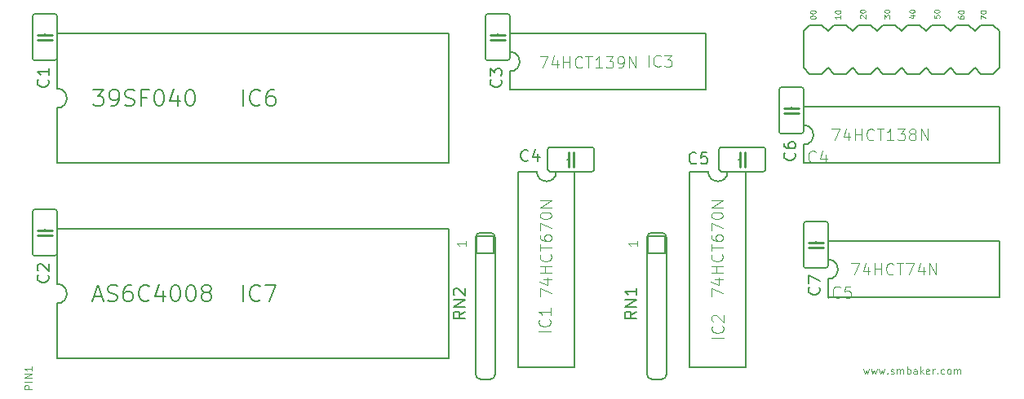
<source format=gbr>
G04 #@! TF.GenerationSoftware,KiCad,Pcbnew,5.1.2*
G04 #@! TF.CreationDate,2020-10-23T13:05:21+02:00*
G04 #@! TF.ProjectId,2fe143d13a9057f7874dd1e763167673,32666531-3433-4643-9133-613930353766,rev?*
G04 #@! TF.SameCoordinates,Original*
G04 #@! TF.FileFunction,Legend,Top*
G04 #@! TF.FilePolarity,Positive*
%FSLAX46Y46*%
G04 Gerber Fmt 4.6, Leading zero omitted, Abs format (unit mm)*
G04 Created by KiCad (PCBNEW 5.1.2) date 2020-10-23 13:05:21*
%MOMM*%
%LPD*%
G04 APERTURE LIST*
%ADD10C,0.065024*%
%ADD11C,0.048768*%
%ADD12C,0.152400*%
%ADD13C,0.254000*%
%ADD14C,0.127000*%
%ADD15C,0.135128*%
%ADD16C,0.120650*%
%ADD17C,0.118872*%
G04 APERTURE END LIST*
D10*
X98464330Y-122552486D02*
X97692170Y-122552486D01*
X97692170Y-122258330D01*
X97728940Y-122184791D01*
X97765709Y-122148022D01*
X97839248Y-122111252D01*
X97949557Y-122111252D01*
X98023096Y-122148022D01*
X98059865Y-122184791D01*
X98096635Y-122258330D01*
X98096635Y-122552486D01*
X98464330Y-121780326D02*
X97692170Y-121780326D01*
X98464330Y-121412631D02*
X97692170Y-121412631D01*
X98464330Y-120971397D01*
X97692170Y-120971397D01*
X98464330Y-120199237D02*
X98464330Y-120640471D01*
X98464330Y-120419854D02*
X97692170Y-120419854D01*
X97802479Y-120493393D01*
X97876018Y-120566932D01*
X97912787Y-120640471D01*
X184720137Y-120459217D02*
X184867215Y-120973990D01*
X185014293Y-120606295D01*
X185161371Y-120973990D01*
X185308449Y-120459217D01*
X185529066Y-120459217D02*
X185676144Y-120973990D01*
X185823222Y-120606295D01*
X185970301Y-120973990D01*
X186117379Y-120459217D01*
X186337996Y-120459217D02*
X186485074Y-120973990D01*
X186632152Y-120606295D01*
X186779230Y-120973990D01*
X186926308Y-120459217D01*
X187220464Y-120900451D02*
X187257234Y-120937220D01*
X187220464Y-120973990D01*
X187183695Y-120937220D01*
X187220464Y-120900451D01*
X187220464Y-120973990D01*
X187551390Y-120937220D02*
X187624929Y-120973990D01*
X187772007Y-120973990D01*
X187845546Y-120937220D01*
X187882316Y-120863681D01*
X187882316Y-120826912D01*
X187845546Y-120753373D01*
X187772007Y-120716603D01*
X187661699Y-120716603D01*
X187588160Y-120679834D01*
X187551390Y-120606295D01*
X187551390Y-120569525D01*
X187588160Y-120495986D01*
X187661699Y-120459217D01*
X187772007Y-120459217D01*
X187845546Y-120495986D01*
X188213242Y-120973990D02*
X188213242Y-120459217D01*
X188213242Y-120532756D02*
X188250011Y-120495986D01*
X188323550Y-120459217D01*
X188433859Y-120459217D01*
X188507398Y-120495986D01*
X188544167Y-120569525D01*
X188544167Y-120973990D01*
X188544167Y-120569525D02*
X188580937Y-120495986D01*
X188654476Y-120459217D01*
X188764784Y-120459217D01*
X188838323Y-120495986D01*
X188875093Y-120569525D01*
X188875093Y-120973990D01*
X189242788Y-120973990D02*
X189242788Y-120201830D01*
X189242788Y-120495986D02*
X189316327Y-120459217D01*
X189463405Y-120459217D01*
X189536944Y-120495986D01*
X189573714Y-120532756D01*
X189610483Y-120606295D01*
X189610483Y-120826912D01*
X189573714Y-120900451D01*
X189536944Y-120937220D01*
X189463405Y-120973990D01*
X189316327Y-120973990D01*
X189242788Y-120937220D01*
X190272335Y-120973990D02*
X190272335Y-120569525D01*
X190235565Y-120495986D01*
X190162026Y-120459217D01*
X190014948Y-120459217D01*
X189941409Y-120495986D01*
X190272335Y-120937220D02*
X190198796Y-120973990D01*
X190014948Y-120973990D01*
X189941409Y-120937220D01*
X189904640Y-120863681D01*
X189904640Y-120790142D01*
X189941409Y-120716603D01*
X190014948Y-120679834D01*
X190198796Y-120679834D01*
X190272335Y-120643064D01*
X190640030Y-120973990D02*
X190640030Y-120201830D01*
X190713569Y-120679834D02*
X190934186Y-120973990D01*
X190934186Y-120459217D02*
X190640030Y-120753373D01*
X191559268Y-120937220D02*
X191485729Y-120973990D01*
X191338651Y-120973990D01*
X191265112Y-120937220D01*
X191228342Y-120863681D01*
X191228342Y-120569525D01*
X191265112Y-120495986D01*
X191338651Y-120459217D01*
X191485729Y-120459217D01*
X191559268Y-120495986D01*
X191596038Y-120569525D01*
X191596038Y-120643064D01*
X191228342Y-120716603D01*
X191926963Y-120973990D02*
X191926963Y-120459217D01*
X191926963Y-120606295D02*
X191963733Y-120532756D01*
X192000502Y-120495986D01*
X192074042Y-120459217D01*
X192147581Y-120459217D01*
X192404967Y-120900451D02*
X192441737Y-120937220D01*
X192404967Y-120973990D01*
X192368198Y-120937220D01*
X192404967Y-120900451D01*
X192404967Y-120973990D01*
X193103588Y-120937220D02*
X193030049Y-120973990D01*
X192882971Y-120973990D01*
X192809432Y-120937220D01*
X192772662Y-120900451D01*
X192735893Y-120826912D01*
X192735893Y-120606295D01*
X192772662Y-120532756D01*
X192809432Y-120495986D01*
X192882971Y-120459217D01*
X193030049Y-120459217D01*
X193103588Y-120495986D01*
X193544822Y-120973990D02*
X193471283Y-120937220D01*
X193434514Y-120900451D01*
X193397744Y-120826912D01*
X193397744Y-120606295D01*
X193434514Y-120532756D01*
X193471283Y-120495986D01*
X193544822Y-120459217D01*
X193655131Y-120459217D01*
X193728670Y-120495986D01*
X193765440Y-120532756D01*
X193802209Y-120606295D01*
X193802209Y-120826912D01*
X193765440Y-120900451D01*
X193728670Y-120937220D01*
X193655131Y-120973990D01*
X193544822Y-120973990D01*
X194133135Y-120973990D02*
X194133135Y-120459217D01*
X194133135Y-120532756D02*
X194169904Y-120495986D01*
X194243443Y-120459217D01*
X194353752Y-120459217D01*
X194427291Y-120495986D01*
X194464061Y-120569525D01*
X194464061Y-120973990D01*
X194464061Y-120569525D02*
X194500830Y-120495986D01*
X194574369Y-120459217D01*
X194684678Y-120459217D01*
X194758217Y-120495986D01*
X194794986Y-120569525D01*
X194794986Y-120973990D01*
D11*
X179193302Y-83910106D02*
X179193302Y-83854952D01*
X179220880Y-83799797D01*
X179248457Y-83772220D01*
X179303611Y-83744643D01*
X179413920Y-83717066D01*
X179551805Y-83717066D01*
X179662114Y-83744643D01*
X179717268Y-83772220D01*
X179744845Y-83799797D01*
X179772422Y-83854952D01*
X179772422Y-83910106D01*
X179744845Y-83965260D01*
X179717268Y-83992837D01*
X179662114Y-84020415D01*
X179551805Y-84047992D01*
X179413920Y-84047992D01*
X179303611Y-84020415D01*
X179248457Y-83992837D01*
X179220880Y-83965260D01*
X179193302Y-83910106D01*
X179193302Y-83358563D02*
X179193302Y-83303409D01*
X179220880Y-83248255D01*
X179248457Y-83220677D01*
X179303611Y-83193100D01*
X179413920Y-83165523D01*
X179551805Y-83165523D01*
X179662114Y-83193100D01*
X179717268Y-83220677D01*
X179744845Y-83248255D01*
X179772422Y-83303409D01*
X179772422Y-83358563D01*
X179744845Y-83413717D01*
X179717268Y-83441295D01*
X179662114Y-83468872D01*
X179551805Y-83496449D01*
X179413920Y-83496449D01*
X179303611Y-83468872D01*
X179248457Y-83441295D01*
X179220880Y-83413717D01*
X179193302Y-83358563D01*
X182352422Y-83717066D02*
X182352422Y-84047992D01*
X182352422Y-83882529D02*
X181773302Y-83882529D01*
X181856034Y-83937683D01*
X181911188Y-83992837D01*
X181938765Y-84047992D01*
X181773302Y-83358563D02*
X181773302Y-83303409D01*
X181800880Y-83248255D01*
X181828457Y-83220677D01*
X181883611Y-83193100D01*
X181993920Y-83165523D01*
X182131805Y-83165523D01*
X182242114Y-83193100D01*
X182297268Y-83220677D01*
X182324845Y-83248255D01*
X182352422Y-83303409D01*
X182352422Y-83358563D01*
X182324845Y-83413717D01*
X182297268Y-83441295D01*
X182242114Y-83468872D01*
X182131805Y-83496449D01*
X181993920Y-83496449D01*
X181883611Y-83468872D01*
X181828457Y-83441295D01*
X181800880Y-83413717D01*
X181773302Y-83358563D01*
X184418457Y-83977992D02*
X184390880Y-83950415D01*
X184363302Y-83895260D01*
X184363302Y-83757375D01*
X184390880Y-83702220D01*
X184418457Y-83674643D01*
X184473611Y-83647066D01*
X184528765Y-83647066D01*
X184611497Y-83674643D01*
X184942422Y-84005569D01*
X184942422Y-83647066D01*
X184363302Y-83288563D02*
X184363302Y-83233409D01*
X184390880Y-83178255D01*
X184418457Y-83150677D01*
X184473611Y-83123100D01*
X184583920Y-83095523D01*
X184721805Y-83095523D01*
X184832114Y-83123100D01*
X184887268Y-83150677D01*
X184914845Y-83178255D01*
X184942422Y-83233409D01*
X184942422Y-83288563D01*
X184914845Y-83343717D01*
X184887268Y-83371295D01*
X184832114Y-83398872D01*
X184721805Y-83426449D01*
X184583920Y-83426449D01*
X184473611Y-83398872D01*
X184418457Y-83371295D01*
X184390880Y-83343717D01*
X184363302Y-83288563D01*
X186873302Y-84005569D02*
X186873302Y-83647066D01*
X187093920Y-83840106D01*
X187093920Y-83757375D01*
X187121497Y-83702220D01*
X187149074Y-83674643D01*
X187204228Y-83647066D01*
X187342114Y-83647066D01*
X187397268Y-83674643D01*
X187424845Y-83702220D01*
X187452422Y-83757375D01*
X187452422Y-83922837D01*
X187424845Y-83977992D01*
X187397268Y-84005569D01*
X186873302Y-83288563D02*
X186873302Y-83233409D01*
X186900880Y-83178255D01*
X186928457Y-83150677D01*
X186983611Y-83123100D01*
X187093920Y-83095523D01*
X187231805Y-83095523D01*
X187342114Y-83123100D01*
X187397268Y-83150677D01*
X187424845Y-83178255D01*
X187452422Y-83233409D01*
X187452422Y-83288563D01*
X187424845Y-83343717D01*
X187397268Y-83371295D01*
X187342114Y-83398872D01*
X187231805Y-83426449D01*
X187093920Y-83426449D01*
X186983611Y-83398872D01*
X186928457Y-83371295D01*
X186900880Y-83343717D01*
X186873302Y-83288563D01*
X189656342Y-83702220D02*
X190042422Y-83702220D01*
X189435725Y-83840106D02*
X189849382Y-83977992D01*
X189849382Y-83619489D01*
X189463302Y-83288563D02*
X189463302Y-83233409D01*
X189490880Y-83178255D01*
X189518457Y-83150677D01*
X189573611Y-83123100D01*
X189683920Y-83095523D01*
X189821805Y-83095523D01*
X189932114Y-83123100D01*
X189987268Y-83150677D01*
X190014845Y-83178255D01*
X190042422Y-83233409D01*
X190042422Y-83288563D01*
X190014845Y-83343717D01*
X189987268Y-83371295D01*
X189932114Y-83398872D01*
X189821805Y-83426449D01*
X189683920Y-83426449D01*
X189573611Y-83398872D01*
X189518457Y-83371295D01*
X189490880Y-83343717D01*
X189463302Y-83288563D01*
X192043302Y-83674643D02*
X192043302Y-83950415D01*
X192319074Y-83977992D01*
X192291497Y-83950415D01*
X192263920Y-83895260D01*
X192263920Y-83757375D01*
X192291497Y-83702220D01*
X192319074Y-83674643D01*
X192374228Y-83647066D01*
X192512114Y-83647066D01*
X192567268Y-83674643D01*
X192594845Y-83702220D01*
X192622422Y-83757375D01*
X192622422Y-83895260D01*
X192594845Y-83950415D01*
X192567268Y-83977992D01*
X192043302Y-83288563D02*
X192043302Y-83233409D01*
X192070880Y-83178255D01*
X192098457Y-83150677D01*
X192153611Y-83123100D01*
X192263920Y-83095523D01*
X192401805Y-83095523D01*
X192512114Y-83123100D01*
X192567268Y-83150677D01*
X192594845Y-83178255D01*
X192622422Y-83233409D01*
X192622422Y-83288563D01*
X192594845Y-83343717D01*
X192567268Y-83371295D01*
X192512114Y-83398872D01*
X192401805Y-83426449D01*
X192263920Y-83426449D01*
X192153611Y-83398872D01*
X192098457Y-83371295D01*
X192070880Y-83343717D01*
X192043302Y-83288563D01*
X194553302Y-83772220D02*
X194553302Y-83882529D01*
X194580880Y-83937683D01*
X194608457Y-83965260D01*
X194691188Y-84020415D01*
X194801497Y-84047992D01*
X195022114Y-84047992D01*
X195077268Y-84020415D01*
X195104845Y-83992837D01*
X195132422Y-83937683D01*
X195132422Y-83827375D01*
X195104845Y-83772220D01*
X195077268Y-83744643D01*
X195022114Y-83717066D01*
X194884228Y-83717066D01*
X194829074Y-83744643D01*
X194801497Y-83772220D01*
X194773920Y-83827375D01*
X194773920Y-83937683D01*
X194801497Y-83992837D01*
X194829074Y-84020415D01*
X194884228Y-84047992D01*
X194553302Y-83358563D02*
X194553302Y-83303409D01*
X194580880Y-83248255D01*
X194608457Y-83220677D01*
X194663611Y-83193100D01*
X194773920Y-83165523D01*
X194911805Y-83165523D01*
X195022114Y-83193100D01*
X195077268Y-83220677D01*
X195104845Y-83248255D01*
X195132422Y-83303409D01*
X195132422Y-83358563D01*
X195104845Y-83413717D01*
X195077268Y-83441295D01*
X195022114Y-83468872D01*
X194911805Y-83496449D01*
X194773920Y-83496449D01*
X194663611Y-83468872D01*
X194608457Y-83441295D01*
X194580880Y-83413717D01*
X194553302Y-83358563D01*
X196863302Y-84075569D02*
X196863302Y-83689489D01*
X197442422Y-83937683D01*
X196863302Y-83358563D02*
X196863302Y-83303409D01*
X196890880Y-83248255D01*
X196918457Y-83220677D01*
X196973611Y-83193100D01*
X197083920Y-83165523D01*
X197221805Y-83165523D01*
X197332114Y-83193100D01*
X197387268Y-83220677D01*
X197414845Y-83248255D01*
X197442422Y-83303409D01*
X197442422Y-83358563D01*
X197414845Y-83413717D01*
X197387268Y-83441295D01*
X197332114Y-83468872D01*
X197221805Y-83496449D01*
X197083920Y-83496449D01*
X196973611Y-83468872D01*
X196918457Y-83441295D01*
X196890880Y-83413717D01*
X196863302Y-83358563D01*
D12*
X99771100Y-85694600D02*
X99771100Y-85567600D01*
D13*
X99771100Y-85694600D02*
X99009100Y-85694600D01*
X100533100Y-85694600D02*
X99771100Y-85694600D01*
X99771100Y-86202600D02*
X99009100Y-86202600D01*
X99771100Y-86202600D02*
X100533100Y-86202600D01*
D12*
X99771100Y-86329600D02*
X99771100Y-86202600D01*
X98501100Y-83789600D02*
G75*
G02X98755100Y-83535600I254000J0D01*
G01*
X98755100Y-88361600D02*
G75*
G02X98501100Y-88107600I0J254000D01*
G01*
X101041100Y-83789600D02*
G75*
G03X100787100Y-83535600I-254000J0D01*
G01*
X100787100Y-88361600D02*
G75*
G03X101041100Y-88107600I0J254000D01*
G01*
X100787100Y-83535600D02*
X98755100Y-83535600D01*
X100787100Y-88361600D02*
X98755100Y-88361600D01*
X98501100Y-88107600D02*
X98501100Y-83789600D01*
X101041100Y-83789600D02*
X101041100Y-88107600D01*
X99771100Y-106014600D02*
X99771100Y-105887600D01*
D13*
X99771100Y-106014600D02*
X99009100Y-106014600D01*
X100533100Y-106014600D02*
X99771100Y-106014600D01*
X99771100Y-106522600D02*
X99009100Y-106522600D01*
X99771100Y-106522600D02*
X100533100Y-106522600D01*
D12*
X99771100Y-106649600D02*
X99771100Y-106522600D01*
X98501100Y-104109600D02*
G75*
G02X98755100Y-103855600I254000J0D01*
G01*
X98755100Y-108681600D02*
G75*
G02X98501100Y-108427600I0J254000D01*
G01*
X101041100Y-104109600D02*
G75*
G03X100787100Y-103855600I-254000J0D01*
G01*
X100787100Y-108681600D02*
G75*
G03X101041100Y-108427600I0J254000D01*
G01*
X100787100Y-103855600D02*
X98755100Y-103855600D01*
X100787100Y-108681600D02*
X98755100Y-108681600D01*
X98501100Y-108427600D02*
X98501100Y-104109600D01*
X101041100Y-104109600D02*
X101041100Y-108427600D01*
X146761100Y-85694600D02*
X146761100Y-85567600D01*
D13*
X146761100Y-85694600D02*
X145999100Y-85694600D01*
X147523100Y-85694600D02*
X146761100Y-85694600D01*
X146761100Y-86202600D02*
X145999100Y-86202600D01*
X146761100Y-86202600D02*
X147523100Y-86202600D01*
D12*
X146761100Y-86329600D02*
X146761100Y-86202600D01*
X145491100Y-83789600D02*
G75*
G02X145745100Y-83535600I254000J0D01*
G01*
X145745100Y-88361600D02*
G75*
G02X145491100Y-88107600I0J254000D01*
G01*
X148031100Y-83789600D02*
G75*
G03X147777100Y-83535600I-254000J0D01*
G01*
X147777100Y-88361600D02*
G75*
G03X148031100Y-88107600I0J254000D01*
G01*
X147777100Y-83535600D02*
X145745100Y-83535600D01*
X147777100Y-88361600D02*
X145745100Y-88361600D01*
X145491100Y-88107600D02*
X145491100Y-83789600D01*
X148031100Y-83789600D02*
X148031100Y-88107600D01*
X154635100Y-98648600D02*
X154762100Y-98648600D01*
D13*
X154635100Y-98648600D02*
X154635100Y-97886600D01*
X154635100Y-99410600D02*
X154635100Y-98648600D01*
X154127100Y-98648600D02*
X154127100Y-97886600D01*
X154127100Y-98648600D02*
X154127100Y-99410600D01*
D12*
X154000100Y-98648600D02*
X154127100Y-98648600D01*
X156540100Y-97378600D02*
G75*
G02X156794100Y-97632600I0J-254000D01*
G01*
X151968100Y-97632600D02*
G75*
G02X152222100Y-97378600I254000J0D01*
G01*
X156540100Y-99918600D02*
G75*
G03X156794100Y-99664600I0J254000D01*
G01*
X151968100Y-99664600D02*
G75*
G03X152222100Y-99918600I254000J0D01*
G01*
X156794100Y-99664600D02*
X156794100Y-97632600D01*
X151968100Y-99664600D02*
X151968100Y-97632600D01*
X152222100Y-97378600D02*
X156540100Y-97378600D01*
X156540100Y-99918600D02*
X152222100Y-99918600D01*
X172415100Y-98648600D02*
X172542100Y-98648600D01*
D13*
X172415100Y-98648600D02*
X172415100Y-97886600D01*
X172415100Y-99410600D02*
X172415100Y-98648600D01*
X171907100Y-98648600D02*
X171907100Y-97886600D01*
X171907100Y-98648600D02*
X171907100Y-99410600D01*
D12*
X171780100Y-98648600D02*
X171907100Y-98648600D01*
X174320100Y-97378600D02*
G75*
G02X174574100Y-97632600I0J-254000D01*
G01*
X169748100Y-97632600D02*
G75*
G02X170002100Y-97378600I254000J0D01*
G01*
X174320100Y-99918600D02*
G75*
G03X174574100Y-99664600I0J254000D01*
G01*
X169748100Y-99664600D02*
G75*
G03X170002100Y-99918600I254000J0D01*
G01*
X174574100Y-99664600D02*
X174574100Y-97632600D01*
X169748100Y-99664600D02*
X169748100Y-97632600D01*
X170002100Y-97378600D02*
X174320100Y-97378600D01*
X174320100Y-99918600D02*
X170002100Y-99918600D01*
X101041100Y-113634600D02*
G75*
G03X101041100Y-111602600I0J1016000D01*
G01*
X101041100Y-119349600D02*
X101041100Y-113634600D01*
X101041100Y-105887600D02*
X101041100Y-111602600D01*
X141681100Y-105887600D02*
X141681100Y-119349600D01*
X101041100Y-119349600D02*
X141681100Y-119349600D01*
X141681100Y-105887600D02*
X101041100Y-105887600D01*
X101041100Y-93314600D02*
G75*
G03X101041100Y-91282600I0J1016000D01*
G01*
X101041100Y-99029600D02*
X101041100Y-93314600D01*
X101041100Y-85567600D02*
X101041100Y-91282600D01*
X141681100Y-85567600D02*
X141681100Y-99029600D01*
X101041100Y-99029600D02*
X141681100Y-99029600D01*
X141681100Y-85567600D02*
X101041100Y-85567600D01*
X150825100Y-99918600D02*
G75*
G03X152857100Y-99918600I1016000J0D01*
G01*
X148920100Y-99918600D02*
X150825100Y-99918600D01*
X154762100Y-99918600D02*
X152857100Y-99918600D01*
X154762100Y-120238600D02*
X148920100Y-120238600D01*
X148920100Y-99918600D02*
X148920100Y-120238600D01*
X154762100Y-120238600D02*
X154762100Y-99918600D01*
X168605100Y-99918600D02*
G75*
G03X170637100Y-99918600I1016000J0D01*
G01*
X166700100Y-99918600D02*
X168605100Y-99918600D01*
X172542100Y-99918600D02*
X170637100Y-99918600D01*
X172542100Y-120238600D02*
X166700100Y-120238600D01*
X166700100Y-99918600D02*
X166700100Y-120238600D01*
X172542100Y-120238600D02*
X172542100Y-99918600D01*
X148031100Y-89504600D02*
G75*
G03X148031100Y-87472600I0J1016000D01*
G01*
X148031100Y-91409600D02*
X148031100Y-89504600D01*
X148031100Y-85567600D02*
X148031100Y-87472600D01*
X168351100Y-85567600D02*
X168351100Y-91409600D01*
X148031100Y-91409600D02*
X168351100Y-91409600D01*
X168351100Y-85567600D02*
X148031100Y-85567600D01*
X178511100Y-97124600D02*
G75*
G03X178511100Y-95092600I0J1016000D01*
G01*
X178511100Y-99029600D02*
X178511100Y-97124600D01*
X178511100Y-93187600D02*
X178511100Y-95092600D01*
X198831100Y-93187600D02*
X198831100Y-99029600D01*
X178511100Y-99029600D02*
X198831100Y-99029600D01*
X198831100Y-93187600D02*
X178511100Y-93187600D01*
X181051100Y-111094600D02*
G75*
G03X181051100Y-109062600I0J1016000D01*
G01*
X181051100Y-112999600D02*
X181051100Y-111094600D01*
X181051100Y-107157600D02*
X181051100Y-109062600D01*
X198831100Y-107157600D02*
X198831100Y-112999600D01*
X181051100Y-112999600D02*
X198831100Y-112999600D01*
X198831100Y-107157600D02*
X181051100Y-107157600D01*
X181686100Y-84678600D02*
X182956100Y-84678600D01*
X183591100Y-85313600D02*
X182956100Y-84678600D01*
X180416100Y-84678600D02*
X181051100Y-85313600D01*
X179146100Y-84678600D02*
X180416100Y-84678600D01*
X178511100Y-85313600D02*
X179146100Y-84678600D01*
X181051100Y-85313600D02*
X181686100Y-84678600D01*
X178511100Y-89123600D02*
X178511100Y-85313600D01*
X182956100Y-89758600D02*
X183591100Y-89123600D01*
X179146100Y-89758600D02*
X178511100Y-89123600D01*
X180416100Y-89758600D02*
X179146100Y-89758600D01*
X181051100Y-89123600D02*
X180416100Y-89758600D01*
X181686100Y-89758600D02*
X181051100Y-89123600D01*
X182956100Y-89758600D02*
X181686100Y-89758600D01*
X185496100Y-84678600D02*
X186131100Y-85313600D01*
X184226100Y-84678600D02*
X185496100Y-84678600D01*
X183591100Y-85313600D02*
X184226100Y-84678600D01*
X189306100Y-84678600D02*
X190576100Y-84678600D01*
X191211100Y-85313600D02*
X190576100Y-84678600D01*
X188036100Y-84678600D02*
X188671100Y-85313600D01*
X186766100Y-84678600D02*
X188036100Y-84678600D01*
X186131100Y-85313600D02*
X186766100Y-84678600D01*
X188671100Y-85313600D02*
X189306100Y-84678600D01*
X193116100Y-84678600D02*
X193751100Y-85313600D01*
X191846100Y-84678600D02*
X193116100Y-84678600D01*
X191211100Y-85313600D02*
X191846100Y-84678600D01*
X196926100Y-84678600D02*
X198196100Y-84678600D01*
X198831100Y-85313600D02*
X198196100Y-84678600D01*
X198831100Y-89123600D02*
X198831100Y-85313600D01*
X195656100Y-84678600D02*
X196291100Y-85313600D01*
X194386100Y-84678600D02*
X195656100Y-84678600D01*
X193751100Y-85313600D02*
X194386100Y-84678600D01*
X196291100Y-85313600D02*
X196926100Y-84678600D01*
X184226100Y-89758600D02*
X183591100Y-89123600D01*
X185496100Y-89758600D02*
X184226100Y-89758600D01*
X186131100Y-89123600D02*
X185496100Y-89758600D01*
X190576100Y-89758600D02*
X191211100Y-89123600D01*
X186766100Y-89758600D02*
X186131100Y-89123600D01*
X188036100Y-89758600D02*
X186766100Y-89758600D01*
X188671100Y-89123600D02*
X188036100Y-89758600D01*
X189306100Y-89758600D02*
X188671100Y-89123600D01*
X190576100Y-89758600D02*
X189306100Y-89758600D01*
X191846100Y-89758600D02*
X191211100Y-89123600D01*
X193116100Y-89758600D02*
X191846100Y-89758600D01*
X193751100Y-89123600D02*
X193116100Y-89758600D01*
X198196100Y-89758600D02*
X198831100Y-89123600D01*
X194386100Y-89758600D02*
X193751100Y-89123600D01*
X195656100Y-89758600D02*
X194386100Y-89758600D01*
X196291100Y-89123600D02*
X195656100Y-89758600D01*
X196926100Y-89758600D02*
X196291100Y-89123600D01*
X198196100Y-89758600D02*
X196926100Y-89758600D01*
X177241100Y-93314600D02*
X177241100Y-93187600D01*
D13*
X177241100Y-93314600D02*
X176479100Y-93314600D01*
X178003100Y-93314600D02*
X177241100Y-93314600D01*
X177241100Y-93822600D02*
X176479100Y-93822600D01*
X177241100Y-93822600D02*
X178003100Y-93822600D01*
D12*
X177241100Y-93949600D02*
X177241100Y-93822600D01*
X175971100Y-91409600D02*
G75*
G02X176225100Y-91155600I254000J0D01*
G01*
X176225100Y-95981600D02*
G75*
G02X175971100Y-95727600I0J254000D01*
G01*
X178511100Y-91409600D02*
G75*
G03X178257100Y-91155600I-254000J0D01*
G01*
X178257100Y-95981600D02*
G75*
G03X178511100Y-95727600I0J254000D01*
G01*
X178257100Y-91155600D02*
X176225100Y-91155600D01*
X178257100Y-95981600D02*
X176225100Y-95981600D01*
X175971100Y-95727600D02*
X175971100Y-91409600D01*
X178511100Y-91409600D02*
X178511100Y-95727600D01*
X164160100Y-106649600D02*
X162382100Y-106649600D01*
X164160100Y-108427600D02*
X164160100Y-106649600D01*
X162255100Y-106776600D02*
X162255100Y-121000600D01*
X164287100Y-106776600D02*
X164287100Y-121000600D01*
X163779100Y-121508600D02*
X162763100Y-121508600D01*
X162255101Y-106776601D02*
G75*
G02X162763100Y-106268600I508000J1D01*
G01*
X163779099Y-121508601D02*
G75*
G03X164287100Y-121000600I0J508001D01*
G01*
X162763101Y-121508601D02*
G75*
G02X162255100Y-121000600I0J508001D01*
G01*
X164287099Y-106776601D02*
G75*
G03X163779100Y-106268600I-508000J1D01*
G01*
X162382100Y-108427600D02*
X162382100Y-106649600D01*
X164160100Y-108427600D02*
X162382100Y-108427600D01*
X163779100Y-106268600D02*
X162763100Y-106268600D01*
X146380100Y-106649600D02*
X144602100Y-106649600D01*
X146380100Y-108427600D02*
X146380100Y-106649600D01*
X144475100Y-106776600D02*
X144475100Y-121000600D01*
X146507100Y-106776600D02*
X146507100Y-121000600D01*
X145999100Y-121508600D02*
X144983100Y-121508600D01*
X144475101Y-106776601D02*
G75*
G02X144983100Y-106268600I508000J1D01*
G01*
X145999099Y-121508601D02*
G75*
G03X146507100Y-121000600I0J508001D01*
G01*
X144983101Y-121508601D02*
G75*
G02X144475100Y-121000600I0J508001D01*
G01*
X146507099Y-106776601D02*
G75*
G03X145999100Y-106268600I-508000J1D01*
G01*
X144602100Y-108427600D02*
X144602100Y-106649600D01*
X146380100Y-108427600D02*
X144602100Y-108427600D01*
X145999100Y-106268600D02*
X144983100Y-106268600D01*
X179781100Y-107284600D02*
X179781100Y-107157600D01*
D13*
X179781100Y-107284600D02*
X179019100Y-107284600D01*
X180543100Y-107284600D02*
X179781100Y-107284600D01*
X179781100Y-107792600D02*
X179019100Y-107792600D01*
X179781100Y-107792600D02*
X180543100Y-107792600D01*
D12*
X179781100Y-107919600D02*
X179781100Y-107792600D01*
X178511100Y-105379600D02*
G75*
G02X178765100Y-105125600I254000J0D01*
G01*
X178765100Y-109951600D02*
G75*
G02X178511100Y-109697600I0J254000D01*
G01*
X181051100Y-105379600D02*
G75*
G03X180797100Y-105125600I-254000J0D01*
G01*
X180797100Y-109951600D02*
G75*
G03X181051100Y-109697600I0J254000D01*
G01*
X180797100Y-105125600D02*
X178765100Y-105125600D01*
X180797100Y-109951600D02*
X178765100Y-109951600D01*
X178511100Y-109697600D02*
X178511100Y-105379600D01*
X181051100Y-105379600D02*
X181051100Y-109697600D01*
D14*
X100094142Y-90361407D02*
X100151595Y-90418859D01*
X100209047Y-90591216D01*
X100209047Y-90706121D01*
X100151595Y-90878478D01*
X100036690Y-90993383D01*
X99921785Y-91050835D01*
X99691976Y-91108288D01*
X99519619Y-91108288D01*
X99289809Y-91050835D01*
X99174904Y-90993383D01*
X99060000Y-90878478D01*
X99002547Y-90706121D01*
X99002547Y-90591216D01*
X99060000Y-90418859D01*
X99117452Y-90361407D01*
X100209047Y-89212359D02*
X100209047Y-89901788D01*
X100209047Y-89557073D02*
X99002547Y-89557073D01*
X99174904Y-89671978D01*
X99289809Y-89786883D01*
X99347261Y-89901788D01*
X100094142Y-110681407D02*
X100151595Y-110738859D01*
X100209047Y-110911216D01*
X100209047Y-111026121D01*
X100151595Y-111198478D01*
X100036690Y-111313383D01*
X99921785Y-111370835D01*
X99691976Y-111428288D01*
X99519619Y-111428288D01*
X99289809Y-111370835D01*
X99174904Y-111313383D01*
X99060000Y-111198478D01*
X99002547Y-111026121D01*
X99002547Y-110911216D01*
X99060000Y-110738859D01*
X99117452Y-110681407D01*
X99117452Y-110221788D02*
X99060000Y-110164335D01*
X99002547Y-110049430D01*
X99002547Y-109762169D01*
X99060000Y-109647264D01*
X99117452Y-109589811D01*
X99232357Y-109532359D01*
X99347261Y-109532359D01*
X99519619Y-109589811D01*
X100209047Y-110279240D01*
X100209047Y-109532359D01*
X147084142Y-90361407D02*
X147141595Y-90418859D01*
X147199047Y-90591216D01*
X147199047Y-90706121D01*
X147141595Y-90878478D01*
X147026690Y-90993383D01*
X146911785Y-91050835D01*
X146681976Y-91108288D01*
X146509619Y-91108288D01*
X146279809Y-91050835D01*
X146164904Y-90993383D01*
X146050000Y-90878478D01*
X145992547Y-90706121D01*
X145992547Y-90591216D01*
X146050000Y-90418859D01*
X146107452Y-90361407D01*
X145992547Y-89959240D02*
X145992547Y-89212359D01*
X146452166Y-89614526D01*
X146452166Y-89442169D01*
X146509619Y-89327264D01*
X146567071Y-89269811D01*
X146681976Y-89212359D01*
X146969238Y-89212359D01*
X147084142Y-89269811D01*
X147141595Y-89327264D01*
X147199047Y-89442169D01*
X147199047Y-89786883D01*
X147141595Y-89901788D01*
X147084142Y-89959240D01*
X149928592Y-98744142D02*
X149871140Y-98801595D01*
X149698783Y-98859047D01*
X149583878Y-98859047D01*
X149411521Y-98801595D01*
X149296616Y-98686690D01*
X149239164Y-98571785D01*
X149181711Y-98341976D01*
X149181711Y-98169619D01*
X149239164Y-97939809D01*
X149296616Y-97824904D01*
X149411521Y-97710000D01*
X149583878Y-97652547D01*
X149698783Y-97652547D01*
X149871140Y-97710000D01*
X149928592Y-97767452D01*
X150962735Y-98054714D02*
X150962735Y-98859047D01*
X150675473Y-97595095D02*
X150388211Y-98456880D01*
X151135092Y-98456880D01*
X167388592Y-99014142D02*
X167331140Y-99071595D01*
X167158783Y-99129047D01*
X167043878Y-99129047D01*
X166871521Y-99071595D01*
X166756616Y-98956690D01*
X166699164Y-98841785D01*
X166641711Y-98611976D01*
X166641711Y-98439619D01*
X166699164Y-98209809D01*
X166756616Y-98094904D01*
X166871521Y-97980000D01*
X167043878Y-97922547D01*
X167158783Y-97922547D01*
X167331140Y-97980000D01*
X167388592Y-98037452D01*
X168480188Y-97922547D02*
X167905664Y-97922547D01*
X167848211Y-98497071D01*
X167905664Y-98439619D01*
X168020569Y-98382166D01*
X168307830Y-98382166D01*
X168422735Y-98439619D01*
X168480188Y-98497071D01*
X168537640Y-98611976D01*
X168537640Y-98899238D01*
X168480188Y-99014142D01*
X168422735Y-99071595D01*
X168307830Y-99129047D01*
X168020569Y-99129047D01*
X167905664Y-99071595D01*
X167848211Y-99014142D01*
D15*
X120327099Y-113427166D02*
X120327099Y-111738066D01*
X122096633Y-113266300D02*
X122016199Y-113346733D01*
X121774899Y-113427166D01*
X121614033Y-113427166D01*
X121372733Y-113346733D01*
X121211866Y-113185866D01*
X121131433Y-113025000D01*
X121050999Y-112703266D01*
X121050999Y-112461966D01*
X121131433Y-112140233D01*
X121211866Y-111979366D01*
X121372733Y-111818500D01*
X121614033Y-111738066D01*
X121774899Y-111738066D01*
X122016199Y-111818500D01*
X122096633Y-111898933D01*
X122659666Y-111738066D02*
X123785733Y-111738066D01*
X123061833Y-113427166D01*
X104879666Y-112944566D02*
X105683999Y-112944566D01*
X104718799Y-113427166D02*
X105281833Y-111738066D01*
X105844866Y-113427166D01*
X106327466Y-113346733D02*
X106568766Y-113427166D01*
X106970933Y-113427166D01*
X107131799Y-113346733D01*
X107212233Y-113266300D01*
X107292666Y-113105433D01*
X107292666Y-112944566D01*
X107212233Y-112783700D01*
X107131799Y-112703266D01*
X106970933Y-112622833D01*
X106649199Y-112542400D01*
X106488333Y-112461966D01*
X106407899Y-112381533D01*
X106327466Y-112220666D01*
X106327466Y-112059800D01*
X106407899Y-111898933D01*
X106488333Y-111818500D01*
X106649199Y-111738066D01*
X107051366Y-111738066D01*
X107292666Y-111818500D01*
X108740466Y-111738066D02*
X108418733Y-111738066D01*
X108257866Y-111818500D01*
X108177433Y-111898933D01*
X108016566Y-112140233D01*
X107936133Y-112461966D01*
X107936133Y-113105433D01*
X108016566Y-113266300D01*
X108096999Y-113346733D01*
X108257866Y-113427166D01*
X108579599Y-113427166D01*
X108740466Y-113346733D01*
X108820899Y-113266300D01*
X108901333Y-113105433D01*
X108901333Y-112703266D01*
X108820899Y-112542400D01*
X108740466Y-112461966D01*
X108579599Y-112381533D01*
X108257866Y-112381533D01*
X108096999Y-112461966D01*
X108016566Y-112542400D01*
X107936133Y-112703266D01*
X110590433Y-113266300D02*
X110509999Y-113346733D01*
X110268699Y-113427166D01*
X110107833Y-113427166D01*
X109866533Y-113346733D01*
X109705666Y-113185866D01*
X109625233Y-113025000D01*
X109544799Y-112703266D01*
X109544799Y-112461966D01*
X109625233Y-112140233D01*
X109705666Y-111979366D01*
X109866533Y-111818500D01*
X110107833Y-111738066D01*
X110268699Y-111738066D01*
X110509999Y-111818500D01*
X110590433Y-111898933D01*
X112038233Y-112301100D02*
X112038233Y-113427166D01*
X111636066Y-111657633D02*
X111233899Y-112864133D01*
X112279533Y-112864133D01*
X113244733Y-111738066D02*
X113405599Y-111738066D01*
X113566466Y-111818500D01*
X113646899Y-111898933D01*
X113727333Y-112059800D01*
X113807766Y-112381533D01*
X113807766Y-112783700D01*
X113727333Y-113105433D01*
X113646899Y-113266300D01*
X113566466Y-113346733D01*
X113405599Y-113427166D01*
X113244733Y-113427166D01*
X113083866Y-113346733D01*
X113003433Y-113266300D01*
X112922999Y-113105433D01*
X112842566Y-112783700D01*
X112842566Y-112381533D01*
X112922999Y-112059800D01*
X113003433Y-111898933D01*
X113083866Y-111818500D01*
X113244733Y-111738066D01*
X114853399Y-111738066D02*
X115014266Y-111738066D01*
X115175133Y-111818500D01*
X115255566Y-111898933D01*
X115335999Y-112059800D01*
X115416433Y-112381533D01*
X115416433Y-112783700D01*
X115335999Y-113105433D01*
X115255566Y-113266300D01*
X115175133Y-113346733D01*
X115014266Y-113427166D01*
X114853399Y-113427166D01*
X114692533Y-113346733D01*
X114612099Y-113266300D01*
X114531666Y-113105433D01*
X114451233Y-112783700D01*
X114451233Y-112381533D01*
X114531666Y-112059800D01*
X114612099Y-111898933D01*
X114692533Y-111818500D01*
X114853399Y-111738066D01*
X116381633Y-112461966D02*
X116220766Y-112381533D01*
X116140333Y-112301100D01*
X116059899Y-112140233D01*
X116059899Y-112059800D01*
X116140333Y-111898933D01*
X116220766Y-111818500D01*
X116381633Y-111738066D01*
X116703366Y-111738066D01*
X116864233Y-111818500D01*
X116944666Y-111898933D01*
X117025099Y-112059800D01*
X117025099Y-112140233D01*
X116944666Y-112301100D01*
X116864233Y-112381533D01*
X116703366Y-112461966D01*
X116381633Y-112461966D01*
X116220766Y-112542400D01*
X116140333Y-112622833D01*
X116059899Y-112783700D01*
X116059899Y-113105433D01*
X116140333Y-113266300D01*
X116220766Y-113346733D01*
X116381633Y-113427166D01*
X116703366Y-113427166D01*
X116864233Y-113346733D01*
X116944666Y-113266300D01*
X117025099Y-113105433D01*
X117025099Y-112783700D01*
X116944666Y-112622833D01*
X116864233Y-112542400D01*
X116703366Y-112461966D01*
X120327099Y-93107166D02*
X120327099Y-91418066D01*
X122096633Y-92946300D02*
X122016199Y-93026733D01*
X121774899Y-93107166D01*
X121614033Y-93107166D01*
X121372733Y-93026733D01*
X121211866Y-92865866D01*
X121131433Y-92705000D01*
X121050999Y-92383266D01*
X121050999Y-92141966D01*
X121131433Y-91820233D01*
X121211866Y-91659366D01*
X121372733Y-91498500D01*
X121614033Y-91418066D01*
X121774899Y-91418066D01*
X122016199Y-91498500D01*
X122096633Y-91578933D01*
X123544433Y-91418066D02*
X123222699Y-91418066D01*
X123061833Y-91498500D01*
X122981399Y-91578933D01*
X122820533Y-91820233D01*
X122740099Y-92141966D01*
X122740099Y-92785433D01*
X122820533Y-92946300D01*
X122900966Y-93026733D01*
X123061833Y-93107166D01*
X123383566Y-93107166D01*
X123544433Y-93026733D01*
X123624866Y-92946300D01*
X123705299Y-92785433D01*
X123705299Y-92383266D01*
X123624866Y-92222400D01*
X123544433Y-92141966D01*
X123383566Y-92061533D01*
X123061833Y-92061533D01*
X122900966Y-92141966D01*
X122820533Y-92222400D01*
X122740099Y-92383266D01*
X104799233Y-91418066D02*
X105844866Y-91418066D01*
X105281833Y-92061533D01*
X105523133Y-92061533D01*
X105683999Y-92141966D01*
X105764433Y-92222400D01*
X105844866Y-92383266D01*
X105844866Y-92785433D01*
X105764433Y-92946300D01*
X105683999Y-93026733D01*
X105523133Y-93107166D01*
X105040533Y-93107166D01*
X104879666Y-93026733D01*
X104799233Y-92946300D01*
X106649199Y-93107166D02*
X106970933Y-93107166D01*
X107131799Y-93026733D01*
X107212233Y-92946300D01*
X107373099Y-92705000D01*
X107453533Y-92383266D01*
X107453533Y-91739800D01*
X107373099Y-91578933D01*
X107292666Y-91498500D01*
X107131799Y-91418066D01*
X106810066Y-91418066D01*
X106649199Y-91498500D01*
X106568766Y-91578933D01*
X106488333Y-91739800D01*
X106488333Y-92141966D01*
X106568766Y-92302833D01*
X106649199Y-92383266D01*
X106810066Y-92463700D01*
X107131799Y-92463700D01*
X107292666Y-92383266D01*
X107373099Y-92302833D01*
X107453533Y-92141966D01*
X108096999Y-93026733D02*
X108338299Y-93107166D01*
X108740466Y-93107166D01*
X108901333Y-93026733D01*
X108981766Y-92946300D01*
X109062199Y-92785433D01*
X109062199Y-92624566D01*
X108981766Y-92463700D01*
X108901333Y-92383266D01*
X108740466Y-92302833D01*
X108418733Y-92222400D01*
X108257866Y-92141966D01*
X108177433Y-92061533D01*
X108096999Y-91900666D01*
X108096999Y-91739800D01*
X108177433Y-91578933D01*
X108257866Y-91498500D01*
X108418733Y-91418066D01*
X108820899Y-91418066D01*
X109062199Y-91498500D01*
X110349133Y-92222400D02*
X109786099Y-92222400D01*
X109786099Y-93107166D02*
X109786099Y-91418066D01*
X110590433Y-91418066D01*
X111555633Y-91418066D02*
X111716499Y-91418066D01*
X111877366Y-91498500D01*
X111957799Y-91578933D01*
X112038233Y-91739800D01*
X112118666Y-92061533D01*
X112118666Y-92463700D01*
X112038233Y-92785433D01*
X111957799Y-92946300D01*
X111877366Y-93026733D01*
X111716499Y-93107166D01*
X111555633Y-93107166D01*
X111394766Y-93026733D01*
X111314333Y-92946300D01*
X111233899Y-92785433D01*
X111153466Y-92463700D01*
X111153466Y-92061533D01*
X111233899Y-91739800D01*
X111314333Y-91578933D01*
X111394766Y-91498500D01*
X111555633Y-91418066D01*
X113566466Y-91981100D02*
X113566466Y-93107166D01*
X113164299Y-91337633D02*
X112762133Y-92544133D01*
X113807766Y-92544133D01*
X114772966Y-91418066D02*
X114933833Y-91418066D01*
X115094699Y-91498500D01*
X115175133Y-91578933D01*
X115255566Y-91739800D01*
X115335999Y-92061533D01*
X115335999Y-92463700D01*
X115255566Y-92785433D01*
X115175133Y-92946300D01*
X115094699Y-93026733D01*
X114933833Y-93107166D01*
X114772966Y-93107166D01*
X114612099Y-93026733D01*
X114531666Y-92946300D01*
X114451233Y-92785433D01*
X114370799Y-92463700D01*
X114370799Y-92061533D01*
X114451233Y-91739800D01*
X114531666Y-91578933D01*
X114612099Y-91498500D01*
X114772966Y-91418066D01*
D16*
X152242547Y-116544315D02*
X151036047Y-116544315D01*
X152127642Y-115280363D02*
X152185095Y-115337815D01*
X152242547Y-115510172D01*
X152242547Y-115625077D01*
X152185095Y-115797434D01*
X152070190Y-115912339D01*
X151955285Y-115969791D01*
X151725476Y-116027244D01*
X151553119Y-116027244D01*
X151323309Y-115969791D01*
X151208404Y-115912339D01*
X151093500Y-115797434D01*
X151036047Y-115625077D01*
X151036047Y-115510172D01*
X151093500Y-115337815D01*
X151150952Y-115280363D01*
X152242547Y-114131315D02*
X152242547Y-114820744D01*
X152242547Y-114476029D02*
X151036047Y-114476029D01*
X151208404Y-114590934D01*
X151323309Y-114705839D01*
X151380761Y-114820744D01*
X151148647Y-112890546D02*
X151148647Y-112086212D01*
X152355147Y-112603284D01*
X151550814Y-111109522D02*
X152355147Y-111109522D01*
X151091195Y-111396784D02*
X151952980Y-111684046D01*
X151952980Y-110937165D01*
X152355147Y-110477546D02*
X151148647Y-110477546D01*
X151723171Y-110477546D02*
X151723171Y-109788117D01*
X152355147Y-109788117D02*
X151148647Y-109788117D01*
X152240242Y-108524165D02*
X152297695Y-108581617D01*
X152355147Y-108753974D01*
X152355147Y-108868879D01*
X152297695Y-109041236D01*
X152182790Y-109156141D01*
X152067885Y-109213593D01*
X151838076Y-109271046D01*
X151665719Y-109271046D01*
X151435909Y-109213593D01*
X151321004Y-109156141D01*
X151206100Y-109041236D01*
X151148647Y-108868879D01*
X151148647Y-108753974D01*
X151206100Y-108581617D01*
X151263552Y-108524165D01*
X151148647Y-108179451D02*
X151148647Y-107490022D01*
X152355147Y-107834736D02*
X151148647Y-107834736D01*
X151148647Y-106570784D02*
X151148647Y-106800593D01*
X151206100Y-106915498D01*
X151263552Y-106972951D01*
X151435909Y-107087855D01*
X151665719Y-107145308D01*
X152125338Y-107145308D01*
X152240242Y-107087855D01*
X152297695Y-107030403D01*
X152355147Y-106915498D01*
X152355147Y-106685689D01*
X152297695Y-106570784D01*
X152240242Y-106513332D01*
X152125338Y-106455879D01*
X151838076Y-106455879D01*
X151723171Y-106513332D01*
X151665719Y-106570784D01*
X151608266Y-106685689D01*
X151608266Y-106915498D01*
X151665719Y-107030403D01*
X151723171Y-107087855D01*
X151838076Y-107145308D01*
X151148647Y-106053712D02*
X151148647Y-105249379D01*
X152355147Y-105766451D01*
X151148647Y-104559951D02*
X151148647Y-104445046D01*
X151206100Y-104330141D01*
X151263552Y-104272689D01*
X151378457Y-104215236D01*
X151608266Y-104157784D01*
X151895528Y-104157784D01*
X152125338Y-104215236D01*
X152240242Y-104272689D01*
X152297695Y-104330141D01*
X152355147Y-104445046D01*
X152355147Y-104559951D01*
X152297695Y-104674855D01*
X152240242Y-104732308D01*
X152125338Y-104789760D01*
X151895528Y-104847212D01*
X151608266Y-104847212D01*
X151378457Y-104789760D01*
X151263552Y-104732308D01*
X151206100Y-104674855D01*
X151148647Y-104559951D01*
X152355147Y-103640712D02*
X151148647Y-103640712D01*
X152355147Y-102951284D01*
X151148647Y-102951284D01*
X170192547Y-117244315D02*
X168986047Y-117244315D01*
X170077642Y-115980363D02*
X170135095Y-116037815D01*
X170192547Y-116210172D01*
X170192547Y-116325077D01*
X170135095Y-116497434D01*
X170020190Y-116612339D01*
X169905285Y-116669791D01*
X169675476Y-116727244D01*
X169503119Y-116727244D01*
X169273309Y-116669791D01*
X169158404Y-116612339D01*
X169043500Y-116497434D01*
X168986047Y-116325077D01*
X168986047Y-116210172D01*
X169043500Y-116037815D01*
X169100952Y-115980363D01*
X169100952Y-115520744D02*
X169043500Y-115463291D01*
X168986047Y-115348387D01*
X168986047Y-115061125D01*
X169043500Y-114946220D01*
X169100952Y-114888767D01*
X169215857Y-114831315D01*
X169330761Y-114831315D01*
X169503119Y-114888767D01*
X170192547Y-115578196D01*
X170192547Y-114831315D01*
X168928647Y-112890546D02*
X168928647Y-112086212D01*
X170135147Y-112603284D01*
X169330814Y-111109522D02*
X170135147Y-111109522D01*
X168871195Y-111396784D02*
X169732980Y-111684046D01*
X169732980Y-110937165D01*
X170135147Y-110477546D02*
X168928647Y-110477546D01*
X169503171Y-110477546D02*
X169503171Y-109788117D01*
X170135147Y-109788117D02*
X168928647Y-109788117D01*
X170020242Y-108524165D02*
X170077695Y-108581617D01*
X170135147Y-108753974D01*
X170135147Y-108868879D01*
X170077695Y-109041236D01*
X169962790Y-109156141D01*
X169847885Y-109213593D01*
X169618076Y-109271046D01*
X169445719Y-109271046D01*
X169215909Y-109213593D01*
X169101004Y-109156141D01*
X168986100Y-109041236D01*
X168928647Y-108868879D01*
X168928647Y-108753974D01*
X168986100Y-108581617D01*
X169043552Y-108524165D01*
X168928647Y-108179451D02*
X168928647Y-107490022D01*
X170135147Y-107834736D02*
X168928647Y-107834736D01*
X168928647Y-106570784D02*
X168928647Y-106800593D01*
X168986100Y-106915498D01*
X169043552Y-106972951D01*
X169215909Y-107087855D01*
X169445719Y-107145308D01*
X169905338Y-107145308D01*
X170020242Y-107087855D01*
X170077695Y-107030403D01*
X170135147Y-106915498D01*
X170135147Y-106685689D01*
X170077695Y-106570784D01*
X170020242Y-106513332D01*
X169905338Y-106455879D01*
X169618076Y-106455879D01*
X169503171Y-106513332D01*
X169445719Y-106570784D01*
X169388266Y-106685689D01*
X169388266Y-106915498D01*
X169445719Y-107030403D01*
X169503171Y-107087855D01*
X169618076Y-107145308D01*
X168928647Y-106053712D02*
X168928647Y-105249379D01*
X170135147Y-105766451D01*
X168928647Y-104559951D02*
X168928647Y-104445046D01*
X168986100Y-104330141D01*
X169043552Y-104272689D01*
X169158457Y-104215236D01*
X169388266Y-104157784D01*
X169675528Y-104157784D01*
X169905338Y-104215236D01*
X170020242Y-104272689D01*
X170077695Y-104330141D01*
X170135147Y-104445046D01*
X170135147Y-104559951D01*
X170077695Y-104674855D01*
X170020242Y-104732308D01*
X169905338Y-104789760D01*
X169675528Y-104847212D01*
X169388266Y-104847212D01*
X169158457Y-104789760D01*
X169043552Y-104732308D01*
X168986100Y-104674855D01*
X168928647Y-104559951D01*
X170135147Y-103640712D02*
X168928647Y-103640712D01*
X170135147Y-102951284D01*
X168928647Y-102951284D01*
X162410867Y-89028647D02*
X162410867Y-87822147D01*
X163674820Y-88913742D02*
X163617367Y-88971195D01*
X163445010Y-89028647D01*
X163330106Y-89028647D01*
X163157748Y-88971195D01*
X163042844Y-88856290D01*
X162985391Y-88741385D01*
X162927939Y-88511576D01*
X162927939Y-88339219D01*
X162985391Y-88109409D01*
X163042844Y-87994504D01*
X163157748Y-87879600D01*
X163330106Y-87822147D01*
X163445010Y-87822147D01*
X163617367Y-87879600D01*
X163674820Y-87937052D01*
X164076987Y-87822147D02*
X164823867Y-87822147D01*
X164421701Y-88281766D01*
X164594058Y-88281766D01*
X164708963Y-88339219D01*
X164766415Y-88396671D01*
X164823867Y-88511576D01*
X164823867Y-88798838D01*
X164766415Y-88913742D01*
X164708963Y-88971195D01*
X164594058Y-89028647D01*
X164249344Y-89028647D01*
X164134439Y-88971195D01*
X164076987Y-88913742D01*
X151158879Y-87942797D02*
X151963212Y-87942797D01*
X151446141Y-89149297D01*
X152939903Y-88344964D02*
X152939903Y-89149297D01*
X152652641Y-87885345D02*
X152365379Y-88747130D01*
X153112260Y-88747130D01*
X153571879Y-89149297D02*
X153571879Y-87942797D01*
X153571879Y-88517321D02*
X154261308Y-88517321D01*
X154261308Y-89149297D02*
X154261308Y-87942797D01*
X155525260Y-89034392D02*
X155467808Y-89091845D01*
X155295451Y-89149297D01*
X155180546Y-89149297D01*
X155008189Y-89091845D01*
X154893284Y-88976940D01*
X154835832Y-88862035D01*
X154778379Y-88632226D01*
X154778379Y-88459869D01*
X154835832Y-88230059D01*
X154893284Y-88115154D01*
X155008189Y-88000250D01*
X155180546Y-87942797D01*
X155295451Y-87942797D01*
X155467808Y-88000250D01*
X155525260Y-88057702D01*
X155869974Y-87942797D02*
X156559403Y-87942797D01*
X156214689Y-89149297D02*
X156214689Y-87942797D01*
X157593546Y-89149297D02*
X156904117Y-89149297D01*
X157248832Y-89149297D02*
X157248832Y-87942797D01*
X157133927Y-88115154D01*
X157019022Y-88230059D01*
X156904117Y-88287511D01*
X157995712Y-87942797D02*
X158742593Y-87942797D01*
X158340427Y-88402416D01*
X158512784Y-88402416D01*
X158627689Y-88459869D01*
X158685141Y-88517321D01*
X158742593Y-88632226D01*
X158742593Y-88919488D01*
X158685141Y-89034392D01*
X158627689Y-89091845D01*
X158512784Y-89149297D01*
X158168070Y-89149297D01*
X158053165Y-89091845D01*
X157995712Y-89034392D01*
X159317117Y-89149297D02*
X159546927Y-89149297D01*
X159661832Y-89091845D01*
X159719284Y-89034392D01*
X159834189Y-88862035D01*
X159891641Y-88632226D01*
X159891641Y-88172607D01*
X159834189Y-88057702D01*
X159776736Y-88000250D01*
X159661832Y-87942797D01*
X159432022Y-87942797D01*
X159317117Y-88000250D01*
X159259665Y-88057702D01*
X159202212Y-88172607D01*
X159202212Y-88459869D01*
X159259665Y-88574773D01*
X159317117Y-88632226D01*
X159432022Y-88689678D01*
X159661832Y-88689678D01*
X159776736Y-88632226D01*
X159834189Y-88574773D01*
X159891641Y-88459869D01*
X160408712Y-89149297D02*
X160408712Y-87942797D01*
X161098141Y-89149297D01*
X161098141Y-87942797D01*
X178495784Y-98972147D02*
X178495784Y-97765647D01*
X179759736Y-98857242D02*
X179702284Y-98914695D01*
X179529927Y-98972147D01*
X179415022Y-98972147D01*
X179242665Y-98914695D01*
X179127760Y-98799790D01*
X179070308Y-98684885D01*
X179012855Y-98455076D01*
X179012855Y-98282719D01*
X179070308Y-98052909D01*
X179127760Y-97938004D01*
X179242665Y-97823100D01*
X179415022Y-97765647D01*
X179529927Y-97765647D01*
X179702284Y-97823100D01*
X179759736Y-97880552D01*
X180793879Y-98167814D02*
X180793879Y-98972147D01*
X180506617Y-97708195D02*
X180219355Y-98569980D01*
X180966236Y-98569980D01*
X181428879Y-95479647D02*
X182233212Y-95479647D01*
X181716141Y-96686147D01*
X183209903Y-95881814D02*
X183209903Y-96686147D01*
X182922641Y-95422195D02*
X182635379Y-96283980D01*
X183382260Y-96283980D01*
X183841879Y-96686147D02*
X183841879Y-95479647D01*
X183841879Y-96054171D02*
X184531308Y-96054171D01*
X184531308Y-96686147D02*
X184531308Y-95479647D01*
X185795260Y-96571242D02*
X185737808Y-96628695D01*
X185565451Y-96686147D01*
X185450546Y-96686147D01*
X185278189Y-96628695D01*
X185163284Y-96513790D01*
X185105832Y-96398885D01*
X185048379Y-96169076D01*
X185048379Y-95996719D01*
X185105832Y-95766909D01*
X185163284Y-95652004D01*
X185278189Y-95537100D01*
X185450546Y-95479647D01*
X185565451Y-95479647D01*
X185737808Y-95537100D01*
X185795260Y-95594552D01*
X186139974Y-95479647D02*
X186829403Y-95479647D01*
X186484689Y-96686147D02*
X186484689Y-95479647D01*
X187863546Y-96686147D02*
X187174117Y-96686147D01*
X187518832Y-96686147D02*
X187518832Y-95479647D01*
X187403927Y-95652004D01*
X187289022Y-95766909D01*
X187174117Y-95824361D01*
X188265712Y-95479647D02*
X189012593Y-95479647D01*
X188610427Y-95939266D01*
X188782784Y-95939266D01*
X188897689Y-95996719D01*
X188955141Y-96054171D01*
X189012593Y-96169076D01*
X189012593Y-96456338D01*
X188955141Y-96571242D01*
X188897689Y-96628695D01*
X188782784Y-96686147D01*
X188438070Y-96686147D01*
X188323165Y-96628695D01*
X188265712Y-96571242D01*
X189702022Y-95996719D02*
X189587117Y-95939266D01*
X189529665Y-95881814D01*
X189472212Y-95766909D01*
X189472212Y-95709457D01*
X189529665Y-95594552D01*
X189587117Y-95537100D01*
X189702022Y-95479647D01*
X189931832Y-95479647D01*
X190046736Y-95537100D01*
X190104189Y-95594552D01*
X190161641Y-95709457D01*
X190161641Y-95766909D01*
X190104189Y-95881814D01*
X190046736Y-95939266D01*
X189931832Y-95996719D01*
X189702022Y-95996719D01*
X189587117Y-96054171D01*
X189529665Y-96111623D01*
X189472212Y-96226528D01*
X189472212Y-96456338D01*
X189529665Y-96571242D01*
X189587117Y-96628695D01*
X189702022Y-96686147D01*
X189931832Y-96686147D01*
X190046736Y-96628695D01*
X190104189Y-96571242D01*
X190161641Y-96456338D01*
X190161641Y-96226528D01*
X190104189Y-96111623D01*
X190046736Y-96054171D01*
X189931832Y-95996719D01*
X190678712Y-96686147D02*
X190678712Y-95479647D01*
X191368141Y-96686147D01*
X191368141Y-95479647D01*
X181035784Y-113069147D02*
X181035784Y-111862647D01*
X182299736Y-112954242D02*
X182242284Y-113011695D01*
X182069927Y-113069147D01*
X181955022Y-113069147D01*
X181782665Y-113011695D01*
X181667760Y-112896790D01*
X181610308Y-112781885D01*
X181552855Y-112552076D01*
X181552855Y-112379719D01*
X181610308Y-112149909D01*
X181667760Y-112035004D01*
X181782665Y-111920100D01*
X181955022Y-111862647D01*
X182069927Y-111862647D01*
X182242284Y-111920100D01*
X182299736Y-111977552D01*
X183391332Y-111862647D02*
X182816808Y-111862647D01*
X182759355Y-112437171D01*
X182816808Y-112379719D01*
X182931712Y-112322266D01*
X183218974Y-112322266D01*
X183333879Y-112379719D01*
X183391332Y-112437171D01*
X183448784Y-112552076D01*
X183448784Y-112839338D01*
X183391332Y-112954242D01*
X183333879Y-113011695D01*
X183218974Y-113069147D01*
X182931712Y-113069147D01*
X182816808Y-113011695D01*
X182759355Y-112954242D01*
X183460879Y-109449647D02*
X184265212Y-109449647D01*
X183748141Y-110656147D01*
X185241903Y-109851814D02*
X185241903Y-110656147D01*
X184954641Y-109392195D02*
X184667379Y-110253980D01*
X185414260Y-110253980D01*
X185873879Y-110656147D02*
X185873879Y-109449647D01*
X185873879Y-110024171D02*
X186563308Y-110024171D01*
X186563308Y-110656147D02*
X186563308Y-109449647D01*
X187827260Y-110541242D02*
X187769808Y-110598695D01*
X187597451Y-110656147D01*
X187482546Y-110656147D01*
X187310189Y-110598695D01*
X187195284Y-110483790D01*
X187137832Y-110368885D01*
X187080379Y-110139076D01*
X187080379Y-109966719D01*
X187137832Y-109736909D01*
X187195284Y-109622004D01*
X187310189Y-109507100D01*
X187482546Y-109449647D01*
X187597451Y-109449647D01*
X187769808Y-109507100D01*
X187827260Y-109564552D01*
X188171974Y-109449647D02*
X188861403Y-109449647D01*
X188516689Y-110656147D02*
X188516689Y-109449647D01*
X189148665Y-109449647D02*
X189952998Y-109449647D01*
X189435927Y-110656147D01*
X190929689Y-109851814D02*
X190929689Y-110656147D01*
X190642427Y-109392195D02*
X190355165Y-110253980D01*
X191102046Y-110253980D01*
X191561665Y-110656147D02*
X191561665Y-109449647D01*
X192251093Y-110656147D01*
X192251093Y-109449647D01*
D14*
X177564142Y-97981407D02*
X177621595Y-98038859D01*
X177679047Y-98211216D01*
X177679047Y-98326121D01*
X177621595Y-98498478D01*
X177506690Y-98613383D01*
X177391785Y-98670835D01*
X177161976Y-98728288D01*
X176989619Y-98728288D01*
X176759809Y-98670835D01*
X176644904Y-98613383D01*
X176530000Y-98498478D01*
X176472547Y-98326121D01*
X176472547Y-98211216D01*
X176530000Y-98038859D01*
X176587452Y-97981407D01*
X176472547Y-96947264D02*
X176472547Y-97177073D01*
X176530000Y-97291978D01*
X176587452Y-97349430D01*
X176759809Y-97464335D01*
X176989619Y-97521788D01*
X177449238Y-97521788D01*
X177564142Y-97464335D01*
X177621595Y-97406883D01*
X177679047Y-97291978D01*
X177679047Y-97062169D01*
X177621595Y-96947264D01*
X177564142Y-96889811D01*
X177449238Y-96832359D01*
X177161976Y-96832359D01*
X177047071Y-96889811D01*
X176989619Y-96947264D01*
X176932166Y-97062169D01*
X176932166Y-97291978D01*
X176989619Y-97406883D01*
X177047071Y-97464335D01*
X177161976Y-97521788D01*
X161169047Y-114485359D02*
X160594523Y-114887526D01*
X161169047Y-115174788D02*
X159962547Y-115174788D01*
X159962547Y-114715169D01*
X160020000Y-114600264D01*
X160077452Y-114542811D01*
X160192357Y-114485359D01*
X160364714Y-114485359D01*
X160479619Y-114542811D01*
X160537071Y-114600264D01*
X160594523Y-114715169D01*
X160594523Y-115174788D01*
X161169047Y-113968288D02*
X159962547Y-113968288D01*
X161169047Y-113278859D01*
X159962547Y-113278859D01*
X161169047Y-112072359D02*
X161169047Y-112761788D01*
X161169047Y-112417073D02*
X159962547Y-112417073D01*
X160134904Y-112531978D01*
X160249809Y-112646883D01*
X160307261Y-112761788D01*
D17*
X161245187Y-107155727D02*
X161245187Y-107693481D01*
X161245187Y-107424604D02*
X160304117Y-107424604D01*
X160438555Y-107514230D01*
X160528181Y-107603856D01*
X160572994Y-107693481D01*
D14*
X143389047Y-114485359D02*
X142814523Y-114887526D01*
X143389047Y-115174788D02*
X142182547Y-115174788D01*
X142182547Y-114715169D01*
X142240000Y-114600264D01*
X142297452Y-114542811D01*
X142412357Y-114485359D01*
X142584714Y-114485359D01*
X142699619Y-114542811D01*
X142757071Y-114600264D01*
X142814523Y-114715169D01*
X142814523Y-115174788D01*
X143389047Y-113968288D02*
X142182547Y-113968288D01*
X143389047Y-113278859D01*
X142182547Y-113278859D01*
X142297452Y-112761788D02*
X142240000Y-112704335D01*
X142182547Y-112589430D01*
X142182547Y-112302169D01*
X142240000Y-112187264D01*
X142297452Y-112129811D01*
X142412357Y-112072359D01*
X142527261Y-112072359D01*
X142699619Y-112129811D01*
X143389047Y-112819240D01*
X143389047Y-112072359D01*
D17*
X143465187Y-107155727D02*
X143465187Y-107693481D01*
X143465187Y-107424604D02*
X142524117Y-107424604D01*
X142658555Y-107514230D01*
X142748181Y-107603856D01*
X142792994Y-107693481D01*
D14*
X180104142Y-111951407D02*
X180161595Y-112008859D01*
X180219047Y-112181216D01*
X180219047Y-112296121D01*
X180161595Y-112468478D01*
X180046690Y-112583383D01*
X179931785Y-112640835D01*
X179701976Y-112698288D01*
X179529619Y-112698288D01*
X179299809Y-112640835D01*
X179184904Y-112583383D01*
X179070000Y-112468478D01*
X179012547Y-112296121D01*
X179012547Y-112181216D01*
X179070000Y-112008859D01*
X179127452Y-111951407D01*
X179012547Y-111549240D02*
X179012547Y-110744907D01*
X180219047Y-111261978D01*
M02*

</source>
